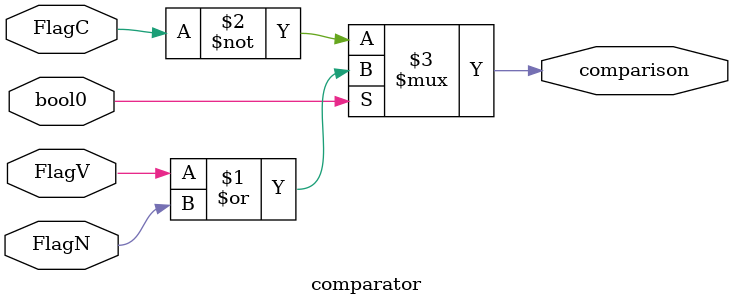
<source format=sv>
`default_nettype none

module comparator (
   input  wire FlagN, FlagV, FlagC, bool0,
   output wire comparison
);

   assign comparison =   bool0 ?   (FlagV | FlagN) : ~FlagC;

endmodule
</source>
